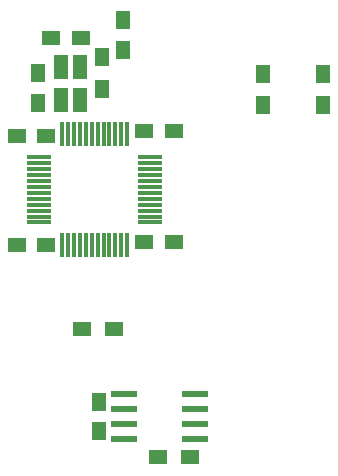
<source format=gbr>
G04 #@! TF.FileFunction,Paste,Bot*
%FSLAX46Y46*%
G04 Gerber Fmt 4.6, Leading zero omitted, Abs format (unit mm)*
G04 Created by KiCad (PCBNEW 4.0.5) date 03/20/17 17:49:22*
%MOMM*%
%LPD*%
G01*
G04 APERTURE LIST*
%ADD10C,0.100000*%
%ADD11R,1.500000X1.250000*%
%ADD12R,1.250000X1.500000*%
%ADD13R,1.500000X1.300000*%
%ADD14R,1.300000X1.500000*%
%ADD15R,0.300000X2.000000*%
%ADD16R,2.000000X0.300000*%
%ADD17R,2.200000X0.600000*%
%ADD18R,1.200000X2.000000*%
G04 APERTURE END LIST*
D10*
D11*
X132060000Y-84709000D03*
X129560000Y-84709000D03*
D12*
X135600000Y-85650000D03*
X135600000Y-83150000D03*
X133604000Y-117963000D03*
X133604000Y-115463000D03*
D13*
X138604000Y-120142000D03*
X141304000Y-120142000D03*
D14*
X147510500Y-87677000D03*
X147510500Y-90377000D03*
X152527000Y-87677000D03*
X152527000Y-90377000D03*
D15*
X130473000Y-92836000D03*
D16*
X137923000Y-94786000D03*
D15*
X135973000Y-102236000D03*
D16*
X128523000Y-100286000D03*
D15*
X130973000Y-92836000D03*
X131473000Y-92836000D03*
X131973000Y-92836000D03*
X132473000Y-92836000D03*
X132973000Y-92836000D03*
X133473000Y-92836000D03*
X133973000Y-92836000D03*
X134473000Y-92836000D03*
X134973000Y-92836000D03*
X135473000Y-92836000D03*
X135973000Y-92836000D03*
D16*
X137923000Y-95286000D03*
X137923000Y-95786000D03*
X137923000Y-96286000D03*
X137923000Y-96786000D03*
X137923000Y-97286000D03*
X137923000Y-97786000D03*
X137923000Y-98286000D03*
X137923000Y-98786000D03*
X137923000Y-99286000D03*
X137923000Y-99786000D03*
X137923000Y-100286000D03*
D15*
X135473000Y-102236000D03*
X134973000Y-102236000D03*
X134473000Y-102236000D03*
X133973000Y-102236000D03*
X133473000Y-102236000D03*
X132973000Y-102236000D03*
X132473000Y-102236000D03*
X131973000Y-102236000D03*
X131473000Y-102236000D03*
X130973000Y-102236000D03*
X130473000Y-102236000D03*
D16*
X128523000Y-99786000D03*
X128523000Y-99286000D03*
X128523000Y-98786000D03*
X128523000Y-98286000D03*
X128523000Y-97786000D03*
X128523000Y-97286000D03*
X128523000Y-96786000D03*
X128523000Y-96286000D03*
X128523000Y-95786000D03*
X128523000Y-95286000D03*
X128523000Y-94786000D03*
D17*
X135684000Y-118618000D03*
X135684000Y-117348000D03*
X135684000Y-116078000D03*
X135684000Y-114808000D03*
X141684000Y-114808000D03*
X141684000Y-116078000D03*
X141684000Y-117348000D03*
X141684000Y-118618000D03*
D14*
X133858000Y-88980000D03*
X133858000Y-86280000D03*
D12*
X128397000Y-90150000D03*
X128397000Y-87650000D03*
D13*
X132127000Y-109347000D03*
X134827000Y-109347000D03*
D18*
X130391000Y-89919000D03*
X130391000Y-87119000D03*
X131991000Y-89919000D03*
X131991000Y-87119000D03*
D11*
X129139000Y-102235000D03*
X126639000Y-102235000D03*
X129139000Y-92964000D03*
X126639000Y-92964000D03*
X137434000Y-101981000D03*
X139934000Y-101981000D03*
X137434000Y-92583000D03*
X139934000Y-92583000D03*
M02*

</source>
